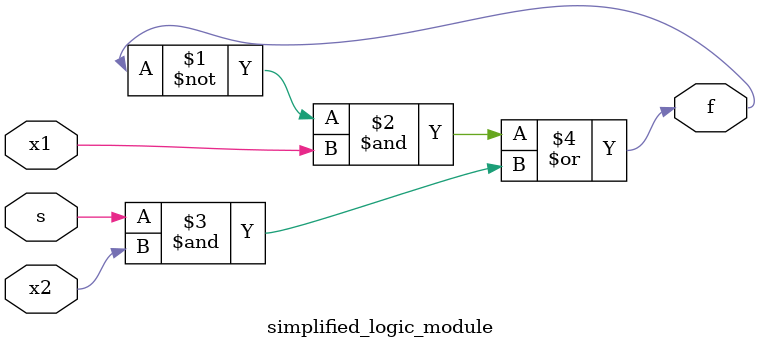
<source format=v>
module gate_level_module (x1,x2,s,f);
    input x1, x2, s;
    output f;

    not (k,s);
    and (g,k,x1);
    or (f,g,h);
endmodule

module simplified_logic_module(x1 , x2 , s, f);
    input x1,x2,s;
    output f;

    assign f = (~f & x1) | (s & x2);

endmodule

// capitulo 4 del libro


</source>
